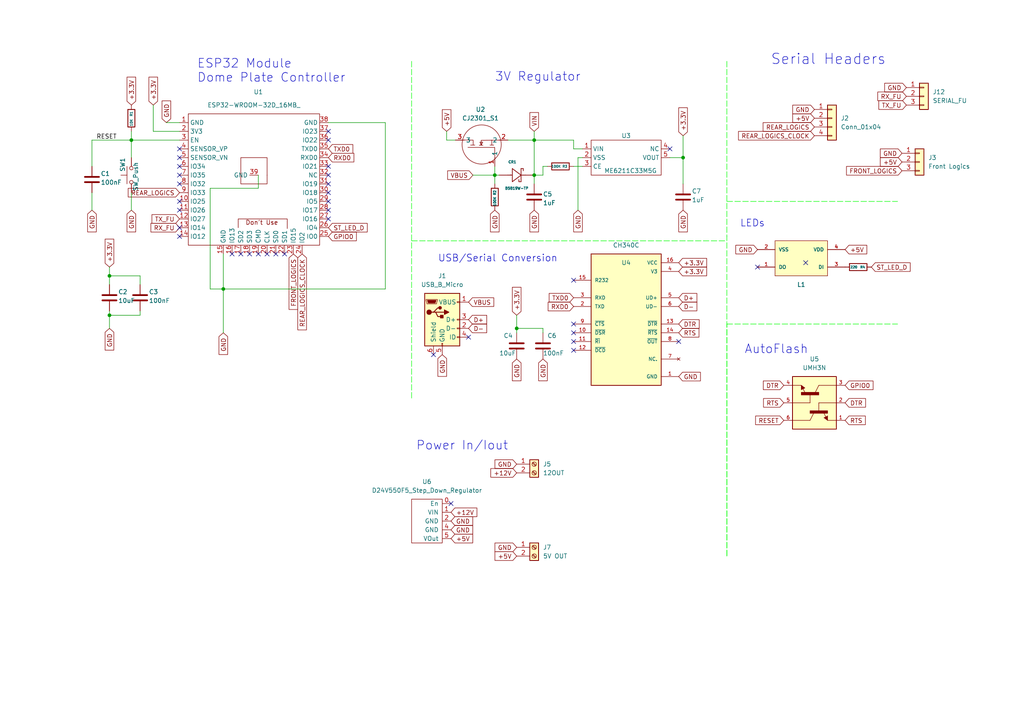
<source format=kicad_sch>
(kicad_sch (version 20211123) (generator eeschema)
  (paper "A4")
  (title_block (title "Dome Plate Controller") (date "2022-11-16") (rev "2.0") (company "Created by: Greg Hulette") (comment 3 "- Controls Serial Comms to other devices") (comment 4 "- Accepts ESP-NOW messages"))
  (lib_symbols
    (symbol "B5819W-TP_1" (pin_numbers hide) (pin_names hide)
      (property "Reference" "CR" (at 5.08 4.445 0))
      (property "Value" "B5819W-TP_1" (at 5.08 -7.62 0))
      (symbol "B5819W-TP_1_1_1"
        (polyline (pts (xy 2.54 0) (xy 3.4798 0)) (stroke (width 0.2032)))
        (polyline (pts (xy 3.175 0) (xy 3.81 0)) (stroke (width 0.2032)))
        (polyline (pts (xy 3.81 -1.905) (xy 6.35 0)) (stroke (width 0.2032)))
        (polyline (pts (xy 3.81 1.905) (xy 3.81 -1.905)) (stroke (width 0.2032)))
        (polyline (pts (xy 5.715 -1.905) (xy 5.715 -1.27)) (stroke (width 0.2032)))
        (polyline (pts (xy 6.35 -1.905) (xy 5.715 -1.905)) (stroke (width 0.2032)))
        (polyline (pts (xy 6.35 -1.905) (xy 6.35 1.905)) (stroke (width 0.2032)))
        (polyline (pts (xy 6.35 0) (xy 3.81 1.905)) (stroke (width 0.2032)))
        (polyline (pts (xy 6.35 0) (xy 7.62 0)) (stroke (width 0.2032)))
        (polyline (pts (xy 6.35 1.905) (xy 6.985 1.905)) (stroke (width 0.2032)))
        (polyline (pts (xy 6.985 1.905) (xy 6.985 1.27)) (stroke (width 0.2032)))
        (pin unspecified line (at 0 0 0) (length 2.54) (name "A") (number "A"))
        (pin unspecified line (at 10.16 0 180) (length 2.54) (name "C") (number "C"))
      )
    )
    (symbol "Connector:Screw_Terminal_01x02" (pin_names (offset 1.016) hide)
      (property "Reference" "J" (at 0 2.54 0))
      (property "Value" "Screw_Terminal_01x02" (at 0 -5.08 0))
      (symbol "Screw_Terminal_01x02_1_1"
        (rectangle (start -1.27 1.27) (end 1.27 -3.81) (stroke (width 0.254)) (fill (type background)))
        (circle (center 0 -2.54) (radius 0.635) (stroke (width 0.1524)))
        (polyline (pts (xy -0.5334 -2.2098) (xy 0.3302 -3.048)) (stroke (width 0.1524)))
        (polyline (pts (xy -0.5334 0.3302) (xy 0.3302 -0.508)) (stroke (width 0.1524)))
        (polyline (pts (xy -0.3556 -2.032) (xy 0.508 -2.8702)) (stroke (width 0.1524)))
        (polyline (pts (xy -0.3556 0.508) (xy 0.508 -0.3302)) (stroke (width 0.1524)))
        (circle (center 0 0) (radius 0.635) (stroke (width 0.1524)))
        (pin passive line (at -5.08 0 0) (length 3.81) (name "Pin_1") (number "1"))
        (pin passive line (at -5.08 -2.54 0) (length 3.81) (name "Pin_2") (number "2"))
      )
    )
    (symbol "Connector:USB_B_Micro" (pin_names (offset 1.016))
      (property "Reference" "J" (at -5.08 11.43 0))
      (property "Value" "USB_B_Micro" (at -5.08 8.89 0))
      (symbol "USB_B_Micro_0_1"
        (rectangle (start -5.08 -7.62) (end 5.08 7.62) (stroke (width 0.254)) (fill (type background)))
        (circle (center -3.81 2.159) (radius 0.635) (stroke (width 0.254)) (fill (type outline)))
        (circle (center -0.635 3.429) (radius 0.381) (stroke (width 0.254)) (fill (type outline)))
        (rectangle (start -0.127 -7.62) (end 0.127 -6.858))
        (polyline (pts (xy -1.905 2.159) (xy 0.635 2.159)) (stroke (width 0.254)))
        (polyline (pts (xy -3.175 2.159) (xy -2.54 2.159) (xy -1.27 3.429) (xy -0.635 3.429)) (stroke (width 0.254)))
        (polyline (pts (xy -2.54 2.159) (xy -1.905 2.159) (xy -1.27 0.889) (xy 0 0.889)) (stroke (width 0.254)))
        (polyline (pts (xy 0.635 2.794) (xy 0.635 1.524) (xy 1.905 2.159) (xy 0.635 2.794)) (stroke (width 0.254)) (fill (type outline)))
        (polyline (pts (xy -4.318 5.588) (xy -1.778 5.588) (xy -2.032 4.826) (xy -4.064 4.826) (xy -4.318 5.588)) (fill (type outline)))
        (polyline (pts (xy -4.699 5.842) (xy -4.699 5.588) (xy -4.445 4.826) (xy -4.445 4.572) (xy -1.651 4.572) (xy -1.651 4.826) (xy -1.397 5.588) (xy -1.397 5.842) (xy -4.699 5.842)))
        (rectangle (start 0.254 1.27) (end -0.508 0.508) (stroke (width 0.254)) (fill (type outline)))
        (rectangle (start 5.08 -5.207) (end 4.318 -4.953))
        (rectangle (start 5.08 -2.667) (end 4.318 -2.413))
        (rectangle (start 5.08 -0.127) (end 4.318 0.127))
        (rectangle (start 5.08 4.953) (end 4.318 5.207))
      )
      (symbol "USB_B_Micro_1_1"
        (pin power_out line (at 7.62 5.08 180) (length 2.54) (name "VBUS") (number "1"))
        (pin bidirectional line (at 7.62 -2.54 180) (length 2.54) (name "D-") (number "2"))
        (pin bidirectional line (at 7.62 0 180) (length 2.54) (name "D+") (number "3"))
        (pin passive line (at 7.62 -5.08 180) (length 2.54) (name "ID") (number "4"))
        (pin power_out line (at 0 -10.16 90) (length 2.54) (name "GND") (number "5"))
        (pin passive line (at -2.54 -10.16 90) (length 2.54) (name "Shield") (number "6"))
      )
    )
    (symbol "Connector_Generic:Conn_01x03" (pin_names (offset 1.016) hide)
      (property "Reference" "J" (at 0 5.08 0))
      (property "Value" "Conn_01x03" (at 0 -5.08 0))
      (symbol "Conn_01x03_1_1"
        (rectangle (start -1.27 -2.413) (end 0 -2.667) (stroke (width 0.1524)))
        (rectangle (start -1.27 0.127) (end 0 -0.127) (stroke (width 0.1524)))
        (rectangle (start -1.27 2.667) (end 0 2.413) (stroke (width 0.1524)))
        (rectangle (start -1.27 3.81) (end 1.27 -3.81) (stroke (width 0.254)) (fill (type background)))
        (pin passive line (at -5.08 2.54 0) (length 3.81) (name "Pin_1") (number "1"))
        (pin passive line (at -5.08 0 0) (length 3.81) (name "Pin_2") (number "2"))
        (pin passive line (at -5.08 -2.54 0) (length 3.81) (name "Pin_3") (number "3"))
      )
    )
    (symbol "Connector_Generic:Conn_01x04" (pin_names (offset 1.016) hide)
      (property "Reference" "J" (at 0 5.08 0))
      (property "Value" "Conn_01x04" (at 0 -7.62 0))
      (symbol "Conn_01x04_1_1"
        (rectangle (start -1.27 -4.953) (end 0 -5.207) (stroke (width 0.1524)))
        (rectangle (start -1.27 -2.413) (end 0 -2.667) (stroke (width 0.1524)))
        (rectangle (start -1.27 0.127) (end 0 -0.127) (stroke (width 0.1524)))
        (rectangle (start -1.27 2.667) (end 0 2.413) (stroke (width 0.1524)))
        (rectangle (start -1.27 3.81) (end 1.27 -6.35) (stroke (width 0.254)) (fill (type background)))
        (pin passive line (at -5.08 2.54 0) (length 3.81) (name "Pin_1") (number "1"))
        (pin passive line (at -5.08 0 0) (length 3.81) (name "Pin_2") (number "2"))
        (pin passive line (at -5.08 -2.54 0) (length 3.81) (name "Pin_3") (number "3"))
        (pin passive line (at -5.08 -5.08 0) (length 3.81) (name "Pin_4") (number "4"))
      )
    )
    (symbol "Custom:CH340C" (pin_names (offset 1.016))
      (property "Reference" "U" (at -10.16 20.955 0))
      (property "Value" "CH340C" (at -10.16 -20.32 0))
      (symbol "CH340C_0_0"
        (rectangle (start -10.16 -17.78) (end 10.16 20.32) (stroke (width 0.254)) (fill (type background)))
        (pin power_in line (at 15.24 -15.24 180) (length 5.08) (name "GND") (number "1"))
        (pin input line (at -15.24 -2.54 0) (length 5.08) (name "~{DSR}") (number "10"))
        (pin input line (at -15.24 -5.08 0) (length 5.08) (name "~{RI}") (number "11"))
        (pin input line (at -15.24 -7.62 0) (length 5.08) (name "~{DCD}") (number "12"))
        (pin output line (at 15.24 0 180) (length 5.08) (name "~{DTR}") (number "13"))
        (pin output line (at 15.24 -2.54 180) (length 5.08) (name "~{RTS}") (number "14"))
        (pin input line (at -15.24 12.7 0) (length 5.08) (name "R232") (number "15"))
        (pin power_in line (at 15.24 17.78 180) (length 5.08) (name "VCC") (number "16"))
        (pin output line (at -15.24 5.08 0) (length 5.08) (name "TXD") (number "2"))
        (pin input line (at -15.24 7.62 0) (length 5.08) (name "RXD") (number "3"))
        (pin power_in line (at 15.24 15.24 180) (length 5.08) (name "V3") (number "4"))
        (pin bidirectional line (at 15.24 7.62 180) (length 5.08) (name "UD+") (number "5"))
        (pin bidirectional line (at 15.24 5.08 180) (length 5.08) (name "UD-") (number "6"))
        (pin no_connect line (at 15.24 -10.16 180) (length 5.08) (name "NC.") (number "7"))
        (pin output line (at 15.24 -5.08 180) (length 5.08) (name "~{OUT}") (number "8"))
        (pin input line (at -15.24 0 0) (length 5.08) (name "~{CTS}") (number "9"))
      )
    )
    (symbol "Custom:CJ2301_S1"
      (property "Reference" "U" (at 0 10.16 0))
      (property "Value" "CJ2301_S1" (at -1.27 -10.16 0))
      (symbol "CJ2301_S1_0_1"
        (polyline (pts (xy -8.89 1.27) (xy -8.89 1.27)))
        (polyline (pts (xy -1.9558 -0.1778) (xy -3.2258 -0.1778)))
        (polyline (pts (xy 2.413 -0.1778) (xy 3.5052 -0.1778)))
        (polyline (pts (xy 2.9464 1.2954) (xy 2.9464 -0.1016)))
        (polyline (pts (xy -5.0292 1.2954) (xy -2.4638 1.27) (xy -2.4638 -0.1016)))
        (polyline (pts (xy -0.508 0.6604) (xy 0.3302 0.6858) (xy -0.127 -0.1778)))
        (polyline (pts (xy 3.8354 -3.8608) (xy 3.7846 -0.8382) (xy -3.9878 -0.8382)))
        (polyline (pts (xy 5.08 1.27) (xy -0.1524 1.2192) (xy -0.1016 -0.2032)))
        (polyline (pts (xy -0.4826 0.6096) (xy -0.127 -0.2286) (xy 0.381 -0.2286) (xy -0.7112 -0.2286)))
        (circle (center 0 0) (radius 5.6796))
      )
      (symbol "CJ2301_S1_1_1"
        (pin bidirectional line (at 3.81 -6.35 90) (length 2.54) (name "1") (number "1"))
        (pin bidirectional line (at 7.62 1.27 180) (length 2.54) (name "2") (number "2"))
        (pin input line (at -7.62 1.27 0) (length 2.54) (name "3") (number "3"))
      )
    )
    (symbol "Custom:ESP32-WROOM-32-Custom"
      (property "Reference" "U" (at -3.7846 54.2036 0))
      (property "Value" "ESP32-WROOM-32-Custom" (at -2.1082 -82.3214 0))
      (symbol "ESP32-WROOM-32-Custom_0_0"
        (text "Don't Use" (at 1.016 -11.176 0) (effects (font (size 1.27 1.27))))
      )
      (symbol "ESP32-WROOM-32-Custom_0_1"
        (rectangle (start -20.32 20.32) (end 17.78 -17.78))
        (rectangle (start -5.08 7.62) (end 2.54 0))
        (polyline (pts (xy -5.842 -12.7) (xy -5.842 -10.16) (xy 8.382 -10.16) (xy 8.382 -12.954)))
        (rectangle (start 2.54 2.54) (end 2.54 2.54))
      )
      (symbol "ESP32-WROOM-32-Custom_1_1"
        (pin bidirectional line (at -22.86 17.78 0) (length 2.54) (name "GND") (number "1"))
        (pin bidirectional line (at -22.86 -5.08 0) (length 2.54) (name "IO25") (number "10"))
        (pin bidirectional line (at -22.86 -7.62 0) (length 2.54) (name "IO26") (number "11"))
        (pin bidirectional line (at -22.86 -10.16 0) (length 2.54) (name "IO27") (number "12"))
        (pin bidirectional line (at -22.86 -12.7 0) (length 2.54) (name "IO14") (number "13"))
        (pin bidirectional line (at -22.86 -15.24 0) (length 2.54) (name "IO12") (number "14"))
        (pin bidirectional line (at -10.16 -20.32 90) (length 2.54) (name "GND") (number "15"))
        (pin bidirectional line (at -7.62 -20.32 90) (length 2.54) (name "IO13") (number "16"))
        (pin bidirectional line (at -5.08 -20.32 90) (length 2.54) (name "SD2") (number "17"))
        (pin bidirectional line (at -2.54 -20.32 90) (length 2.54) (name "SD3") (number "18"))
        (pin bidirectional line (at 0 -20.32 90) (length 2.54) (name "CMD") (number "19"))
        (pin bidirectional line (at -22.86 15.24 0) (length 2.54) (name "3V3") (number "2"))
        (pin bidirectional line (at 2.54 -20.32 90) (length 2.54) (name "CLK") (number "20"))
        (pin bidirectional line (at 5.08 -20.32 90) (length 2.54) (name "SD0") (number "21"))
        (pin bidirectional line (at 7.62 -20.32 90) (length 2.54) (name "SD1") (number "22"))
        (pin bidirectional line (at 10.16 -20.32 90) (length 2.54) (name "IO15") (number "23"))
        (pin bidirectional line (at 12.7 -20.32 90) (length 2.54) (name "IO2") (number "24"))
        (pin bidirectional line (at 20.32 -15.24 180) (length 2.54) (name "IO0") (number "25"))
        (pin bidirectional line (at 20.32 -12.7 180) (length 2.54) (name "IO4") (number "26"))
        (pin bidirectional line (at 20.32 -10.16 180) (length 2.54) (name "IO16") (number "27"))
        (pin bidirectional line (at 20.32 -7.62 180) (length 2.54) (name "IO17") (number "28"))
        (pin bidirectional line (at 20.32 -5.08 180) (length 2.54) (name "IO5") (number "29"))
        (pin bidirectional line (at -22.86 12.7 0) (length 2.54) (name "EN") (number "3"))
        (pin bidirectional line (at 20.32 -2.54 180) (length 2.54) (name "IO18") (number "30"))
        (pin bidirectional line (at 20.32 0 180) (length 2.54) (name "IO19") (number "31"))
        (pin bidirectional line (at 20.32 2.54 180) (length 2.54) (name "NC") (number "32"))
        (pin bidirectional line (at 20.32 5.08 180) (length 2.54) (name "IO21") (number "33"))
        (pin bidirectional line (at 20.32 7.62 180) (length 2.54) (name "RXD0") (number "34"))
        (pin bidirectional line (at 20.32 10.16 180) (length 2.54) (name "TXD0") (number "35"))
        (pin bidirectional line (at 20.32 12.7 180) (length 2.54) (name "IO22") (number "36"))
        (pin bidirectional line (at 20.32 15.24 180) (length 2.54) (name "IO23") (number "37"))
        (pin bidirectional line (at 20.32 17.78 180) (length 2.54) (name "GND") (number "38"))
        (pin bidirectional line (at 0 2.54 180) (length 2.54) (name "GND") (number "39"))
        (pin bidirectional line (at -22.86 10.16 0) (length 2.54) (name "SENSOR_VP") (number "4"))
        (pin bidirectional line (at -22.86 7.62 0) (length 2.54) (name "SENSOR_VN") (number "5"))
        (pin bidirectional line (at -22.86 5.08 0) (length 2.54) (name "IO34") (number "6"))
        (pin bidirectional line (at -22.86 2.54 0) (length 2.54) (name "IO35") (number "7"))
        (pin bidirectional line (at -22.86 0 0) (length 2.54) (name "IO32") (number "8"))
        (pin bidirectional line (at -22.86 -2.54 0) (length 2.54) (name "IO33") (number "9"))
      )
    )
    (symbol "Custom:ME6211C33M5G"
      (property "Reference" "U" (at -0.1016 6.4262 0))
      (property "Value" "ME6211C33M5G" (at -0.4064 -7.6454 0))
      (symbol "ME6211C33M5G_0_1"
        (rectangle (start -10.16 5.08) (end 10.16 -5.08))
      )
      (symbol "ME6211C33M5G_1_1"
        (pin bidirectional line (at -12.7 2.54 0) (length 2.54) (name "VIN") (number "1"))
        (pin bidirectional line (at -12.7 0 0) (length 2.54) (name "VSS") (number "2"))
        (pin bidirectional line (at -12.7 -2.54 0) (length 2.54) (name "CE") (number "3"))
        (pin bidirectional line (at 12.7 2.54 180) (length 2.54) (name "NC") (number "4"))
        (pin bidirectional line (at 12.7 0 180) (length 2.54) (name "VOUT") (number "5"))
      )
    )
    (symbol "Custom:UMH3N" (pin_names (offset 1.016) hide)
      (property "Reference" "U" (at 2.54 0 0))
      (property "Value" "UMH3N" (at 2.54 -2.54 0))
      (symbol "UMH3N_0_0"
        (rectangle (start -12.7 -7.62) (end 2.54 5.08) (stroke (width 0.254)) (fill (type background)))
        (rectangle (start -2.794 -2.54) (end -2.032 2.54) (fill (type outline)))
        (polyline (pts (xy -10.16 -5.08) (xy -10.16 -7.62)) (stroke (width 0.1524)))
        (polyline (pts (xy -10.16 -5.08) (xy -8.89 -5.08)) (stroke (width 0.1524)))
        (polyline (pts (xy -10.16 0) (xy -10.16 5.08)) (stroke (width 0.1524)))
        (polyline (pts (xy -10.16 0) (xy -8.128 -1.016)) (stroke (width 0.1524)))
        (polyline (pts (xy -9.906 -4.953) (xy -9.398 -4.318)) (stroke (width 0.254)))
        (polyline (pts (xy -9.525 -4.826) (xy -9.398 -4.572)) (stroke (width 0.254)))
        (polyline (pts (xy -9.398 -4.318) (xy -9.144 -4.826)) (stroke (width 0.254)))
        (polyline (pts (xy -9.398 -4.064) (xy -10.16 -5.08)) (stroke (width 0.1524)))
        (polyline (pts (xy -9.1694 -4.572) (xy -7.9248 -3.9624)) (stroke (width 0.1524)))
        (polyline (pts (xy -9.144 -4.953) (xy -9.906 -4.953)) (stroke (width 0.254)))
        (polyline (pts (xy -9.144 -4.826) (xy -9.525 -4.826)) (stroke (width 0.254)))
        (polyline (pts (xy -8.89 -5.08) (xy -9.398 -4.064)) (stroke (width 0.1524)))
        (polyline (pts (xy -7.62 -2.54) (xy -5.08 -2.54)) (stroke (width 0.1524)))
        (polyline (pts (xy -5.08 -2.54) (xy -5.08 -7.62)) (stroke (width 0.1524)))
        (polyline (pts (xy -5.08 0) (xy -5.08 5.08)) (stroke (width 0.1524)))
        (polyline (pts (xy -2.54 0) (xy -5.08 0)) (stroke (width 0.1524)))
        (polyline (pts (xy -1.27 2.54) (xy -0.762 1.524)) (stroke (width 0.1524)))
        (polyline (pts (xy -1.016 2.286) (xy -0.635 2.286)) (stroke (width 0.254)))
        (polyline (pts (xy -1.016 2.413) (xy -0.254 2.413)) (stroke (width 0.254)))
        (polyline (pts (xy -0.9906 2.032) (xy -2.2352 1.4224)) (stroke (width 0.1524)))
        (polyline (pts (xy -0.762 1.524) (xy 0 2.54)) (stroke (width 0.1524)))
        (polyline (pts (xy -0.762 1.778) (xy -1.016 2.286)) (stroke (width 0.254)))
        (polyline (pts (xy -0.635 2.286) (xy -0.762 2.032)) (stroke (width 0.254)))
        (polyline (pts (xy -0.254 2.413) (xy -0.762 1.778)) (stroke (width 0.254)))
        (polyline (pts (xy 0 -2.54) (xy -2.032 -1.524)) (stroke (width 0.1524)))
        (polyline (pts (xy 0 -2.54) (xy 0 -7.62)) (stroke (width 0.1524)))
        (polyline (pts (xy 0 2.54) (xy -1.27 2.54)) (stroke (width 0.1524)))
        (polyline (pts (xy 0 5.08) (xy 0 2.54)) (stroke (width 0.1524)))
        (polyline (pts (xy -8.128 0) (xy -7.366 0) (xy -7.366 -5.08) (xy -8.128 -5.08) (xy -8.128 0)) (fill (type outline)))
        (pin output line (at -10.16 -10.16 90) (length 2.54) (name "~") (number "1"))
        (pin input line (at -5.08 -10.16 90) (length 2.54) (name "~") (number "2"))
        (pin input line (at 0 -10.16 90) (length 2.54) (name "~") (number "3"))
        (pin output line (at 0 7.62 270) (length 2.54) (name "~") (number "4"))
        (pin input line (at -5.08 7.62 270) (length 2.54) (name "~") (number "5"))
        (pin input line (at -10.16 7.62 270) (length 2.54) (name "~") (number "6"))
      )
    )
    (symbol "Device:C" (pin_numbers hide) (pin_names (offset 0.254))
      (property "Reference" "C" (at 0.635 2.54 0))
      (property "Value" "C" (at 0.635 -2.54 0))
      (symbol "C_0_1"
        (polyline (pts (xy -2.032 -0.762) (xy 2.032 -0.762)) (stroke (width 0.508)))
        (polyline (pts (xy -2.032 0.762) (xy 2.032 0.762)) (stroke (width 0.508)))
      )
      (symbol "C_1_1"
        (pin passive line (at 0 3.81 270) (length 2.794) (name "~") (number "1"))
        (pin passive line (at 0 -3.81 90) (length 2.794) (name "~") (number "2"))
      )
    )
    (symbol "Device:R" (pin_numbers hide) (pin_names (offset 0))
      (property "Reference" "R" (at 2.032 0 90))
      (property "Value" "R" (at 0 0 90))
      (symbol "R_0_1"
        (rectangle (start -1.016 -2.54) (end 1.016 2.54) (stroke (width 0.254)))
      )
      (symbol "R_1_1"
        (pin passive line (at 0 3.81 270) (length 1.27) (name "~") (number "1"))
        (pin passive line (at 0 -3.81 90) (length 1.27) (name "~") (number "2"))
      )
    )
    (symbol "LED:WS2812B-2020" (pin_names (offset 1.016))
      (property "Reference" "L" (at -7.366 5.842 0))
      (symbol "WS2812B-2020_0_0"
        (rectangle (start -7.62 -5.08) (end 7.62 5.08) (stroke (width 0.1524)) (fill (type background)))
        (pin bidirectional line (at 12.7 2.54 180) (length 5.08) (name "DO") (number "1"))
        (pin bidirectional line (at 12.7 -2.54 180) (length 5.08) (name "VSS") (number "2"))
        (pin bidirectional line (at -12.7 2.54 0) (length 5.08) (name "DI") (number "3"))
        (pin bidirectional line (at -12.7 -2.54 0) (length 5.08) (name "VDD") (number "4"))
      )
    )
    (symbol "Pololu:D24V550F5_Step_Down_Regulator" (pin_names (offset 1.016))
      (property "Reference" "U" (at 0 -7.62 0))
      (property "Value" "D24V550F5_Step_Down_Regulator" (at 0 8.89 0))
      (symbol "D24V550F5_Step_Down_Regulator_0_1"
        (rectangle (start -5.08 6.35) (end 3.81 -6.35))
      )
      (symbol "D24V550F5_Step_Down_Regulator_1_1"
        (pin bidirectional line (at 6.35 5.08 180) (length 2.54) (name "En") (number "0"))
        (pin bidirectional line (at 6.35 2.54 180) (length 2.54) (name "VIN") (number "1"))
        (pin bidirectional line (at 6.35 0 180) (length 2.54) (name "GND") (number "2"))
        (pin bidirectional line (at 6.35 -2.54 180) (length 2.54) (name "GND") (number "4"))
        (pin bidirectional line (at 6.35 -5.08 180) (length 2.54) (name "VOut") (number "5"))
      )
    )
    (symbol "Switch:SW_Push" (pin_numbers hide) (pin_names (offset 1.016) hide)
      (property "Reference" "SW" (at 1.27 2.54 0))
      (property "Value" "SW_Push" (at 0 -1.524 0))
      (symbol "SW_Push_0_1"
        (circle (center -2.032 0) (radius 0.508))
        (polyline (pts (xy 0 1.27) (xy 0 3.048)))
        (polyline (pts (xy 2.54 1.27) (xy -2.54 1.27)))
        (circle (center 2.032 0) (radius 0.508))
        (pin passive line (at -5.08 0 0) (length 2.54) (name "1") (number "1"))
        (pin passive line (at 5.08 0 180) (length 2.54) (name "2") (number "2"))
      )
    )
  )
  (junction (at 64.77 83.82))
  (junction (at 31.75 91.44))
  (junction (at 198.12 45.72))
  (junction (at 143.51 50.8))
  (junction (at 31.75 80.01))
  (junction (at 154.94 40.64))
  (junction (at 149.86 95.25))
  (junction (at 38.1 40.64))
  (junction (at 154.94 50.8))
  (no_connect (at 194.31 43.18))
  (no_connect (at 196.85 99.06))
  (no_connect (at 52.07 50.8))
  (no_connect (at 95.25 50.8))
  (no_connect (at 52.07 43.18))
  (no_connect (at 95.25 48.26))
  (no_connect (at 125.73 102.87))
  (no_connect (at 52.07 68.58))
  (no_connect (at 74.93 73.66))
  (no_connect (at 233.68 76.2))
  (no_connect (at 77.47 73.66))
  (no_connect (at 67.31 73.66))
  (no_connect (at 52.07 45.72))
  (no_connect (at 130.81 146.05))
  (no_connect (at 80.01 73.66))
  (no_connect (at 219.71 77.47))
  (no_connect (at 69.85 73.66))
  (no_connect (at 95.25 60.96))
  (no_connect (at 95.25 38.1))
  (no_connect (at 95.25 63.5))
  (no_connect (at 166.37 93.98))
  (no_connect (at 166.37 96.52))
  (no_connect (at 166.37 101.6))
  (no_connect (at 52.07 58.42))
  (no_connect (at 52.07 60.96))
  (no_connect (at 95.25 53.34))
  (no_connect (at 95.25 55.88))
  (no_connect (at 95.25 40.64))
  (no_connect (at 166.37 99.06))
  (no_connect (at 52.07 66.04))
  (no_connect (at 82.55 73.66))
  (no_connect (at 135.89 97.79))
  (no_connect (at 52.07 53.34))
  (no_connect (at 72.39 73.66))
  (no_connect (at 95.25 58.42))
  (no_connect (at 52.07 48.26))
  (no_connect (at 166.37 81.28))
  (wire (pts (xy 40.64 90.17) (xy 40.64 91.44)))
  (wire (pts (xy 38.1 40.64) (xy 52.07 40.64)))
  (wire (pts (xy 31.75 77.47) (xy 31.75 80.01)))
  (wire (pts (xy 64.77 83.82) (xy 111.76 83.82)))
  (wire (pts (xy 154.94 50.8) (xy 154.94 53.34)))
  (wire (pts (xy 64.77 73.66) (xy 64.77 83.82)))
  (wire (pts (xy 95.25 35.56) (xy 111.76 35.56)))
  (wire (pts (xy 154.94 40.64) (xy 166.37 40.64)))
  (polyline (pts (xy 210.82 68.58) (xy 210.82 68.58)))
  (wire (pts (xy 40.64 91.44) (xy 31.75 91.44)))
  (wire (pts (xy 64.77 83.82) (xy 64.77 96.52)))
  (polyline (pts (xy 210.82 93.98) (xy 260.35 93.98)) (stroke (width 0) (color 0 255 0 1)))
  (wire (pts (xy 31.75 80.01) (xy 31.75 82.55)))
  (wire (pts (xy 26.67 40.64) (xy 38.1 40.64)))
  (wire (pts (xy 31.75 91.44) (xy 31.75 95.25)))
  (wire (pts (xy 143.51 48.26) (xy 143.51 50.8)))
  (wire (pts (xy 149.86 91.44) (xy 149.86 95.25)))
  (wire (pts (xy 38.1 40.64) (xy 38.1 45.72)))
  (polyline (pts (xy 119.38 17.78) (xy 119.38 115.57)) (stroke (width 0) (color 0 255 0 1)))
  (wire (pts (xy 26.67 48.26) (xy 26.67 40.64)))
  (polyline (pts (xy 210.82 58.42) (xy 260.35 58.42)) (stroke (width 0) (color 0 255 0 1)))
  (wire (pts (xy 74.93 50.8) (xy 74.93 54.61)))
  (wire (pts (xy 166.37 48.26) (xy 168.91 48.26)))
  (wire (pts (xy 198.12 39.37) (xy 198.12 45.72)))
  (wire (pts (xy 38.1 55.88) (xy 38.1 60.96)))
  (wire (pts (xy 40.64 80.01) (xy 40.64 82.55)))
  (wire (pts (xy 44.45 30.48) (xy 44.45 38.1)))
  (wire (pts (xy 157.48 48.26) (xy 157.48 50.8)))
  (wire (pts (xy 149.86 95.25) (xy 149.86 96.52)))
  (polyline (pts (xy 210.82 17.78) (xy 210.82 161.29)) (stroke (width 0) (color 0 255 0 1)))
  (wire (pts (xy 60.96 83.82) (xy 64.77 83.82)))
  (wire (pts (xy 157.48 95.25) (xy 149.86 95.25)))
  (wire (pts (xy 60.96 54.61) (xy 60.96 83.82)))
  (wire (pts (xy 52.07 35.56) (xy 48.26 35.56)))
  (wire (pts (xy 31.75 90.17) (xy 31.75 91.44)))
  (wire (pts (xy 129.54 40.64) (xy 132.08 40.64)))
  (wire (pts (xy 38.1 38.1) (xy 38.1 40.64)))
  (wire (pts (xy 129.54 38.1) (xy 129.54 40.64)))
  (wire (pts (xy 167.64 45.72) (xy 168.91 45.72)))
  (wire (pts (xy 194.31 45.72) (xy 198.12 45.72)))
  (wire (pts (xy 26.67 55.88) (xy 26.67 60.96)))
  (wire (pts (xy 147.32 40.64) (xy 154.94 40.64)))
  (wire (pts (xy 166.37 43.18) (xy 168.91 43.18)))
  (polyline (pts (xy 119.38 69.85) (xy 210.82 69.85)) (stroke (width 0) (color 0 255 0 1)))
  (polyline (pts (xy 210.82 161.29) (xy 210.82 93.98)) (stroke (width 0) (color 0 255 0 1)))
  (wire (pts (xy 154.94 40.64) (xy 154.94 50.8)))
  (wire (pts (xy 166.37 40.64) (xy 166.37 43.18)))
  (wire (pts (xy 198.12 45.72) (xy 198.12 53.34)))
  (wire (pts (xy 143.51 50.8) (xy 143.51 53.34)))
  (wire (pts (xy 44.45 38.1) (xy 52.07 38.1)))
  (wire (pts (xy 167.64 45.72) (xy 167.64 60.96)))
  (wire (pts (xy 137.16 50.8) (xy 143.51 50.8)))
  (wire (pts (xy 74.93 54.61) (xy 60.96 54.61)))
  (wire (pts (xy 31.75 80.01) (xy 40.64 80.01)))
  (wire (pts (xy 157.48 50.8) (xy 154.94 50.8)))
  (wire (pts (xy 157.48 95.25) (xy 157.48 96.52)))
  (wire (pts (xy 111.76 35.56) (xy 111.76 83.82)))
  (wire (pts (xy 143.51 50.8) (xy 144.78 50.8)))
  (wire (pts (xy 154.94 38.1) (xy 154.94 40.64)))
  (wire (pts (xy 157.48 48.26) (xy 158.75 48.26)))
  (text "ESP32 Module \nDome Plate Controller" (at 57.15 24.13 0) (effects (font (size 2.54 2.54)) (justify left bottom)))
  (text "3V Regulator\n\n" (at 143.51 27.94 0) (effects (font (size 2.54 2.54)) (justify left bottom)))
  (text "LEDs" (at 214.63 66.04 0) (effects (font (size 2 2)) (justify left bottom)))
  (text "Power In/Iout" (at 120.65 130.81 0) (effects (font (size 2.54 2.54)) (justify left bottom)))
  (text "USB/Serial Conversion \n" (at 127 76.2 0) (effects (font (size 2 2)) (justify left bottom)))
  (text "AutoFlash\n" (at 215.9 102.87 0) (effects (font (size 2.54 2.54)) (justify left bottom)))
  (text "Serial Headers" (at 223.52 19.05 0) (effects (font (size 3 3)) (justify left bottom)))
  (label "RESET" (at 27.94 40.64 0))
  (global_label "ST_LED_D" (shape input) (at 95.25 66.04 0) (property "Intersheet References" "${INTERSHEET_REFS}" (effects hide)))
  (global_label "REAR_LOGICS_CLOCK" (shape input) (at 87.63 73.66 270) (property "Intersheet References" "${INTERSHEET_REFS}" (effects hide)))
  (global_label "GND" (shape input) (at 48.26 35.56 90) (property "Intersheet References" "${INTERSHEET_REFS}" (effects hide)))
  (global_label "GND" (shape input) (at 196.85 109.22 0) (property "Intersheet References" "${INTERSHEET_REFS}" (effects hide)))
  (global_label "RTS" (shape input) (at 196.85 96.52 0) (property "Intersheet References" "${INTERSHEET_REFS}" (effects hide)))
  (global_label "RESET" (shape input) (at 227.33 121.92 180) (property "Intersheet References" "${INTERSHEET_REFS}" (effects hide)))
  (global_label "VIN" (shape input) (at 154.94 38.1 90) (property "Intersheet References" "${INTERSHEET_REFS}" (effects hide)))
  (global_label "+5V" (shape input) (at 130.81 156.21 0) (property "Intersheet References" "${INTERSHEET_REFS}" (effects hide)))
  (global_label "RTS" (shape input) (at 227.33 116.84 180) (property "Intersheet References" "${INTERSHEET_REFS}" (effects hide)))
  (global_label "D+" (shape input) (at 135.89 92.71 0) (property "Intersheet References" "${INTERSHEET_REFS}" (effects hide)))
  (global_label "GND" (shape input) (at 219.71 72.39 180) (property "Intersheet References" "${INTERSHEET_REFS}" (effects hide)))
  (global_label "RX_FU" (shape input) (at 262.89 27.94 180) (property "Intersheet References" "${INTERSHEET_REFS}" (effects hide)))
  (global_label "TXD0" (shape input) (at 95.25 43.18 0) (property "Intersheet References" "${INTERSHEET_REFS}" (effects hide)))
  (global_label "GND" (shape input) (at 38.1 60.96 270) (property "Intersheet References" "${INTERSHEET_REFS}" (effects hide)))
  (global_label "REAR_LOGICS" (shape input) (at 52.07 55.88 180) (property "Intersheet References" "${INTERSHEET_REFS}" (effects hide)))
  (global_label "GPIO0" (shape input) (at 95.25 68.58 0) (property "Intersheet References" "${INTERSHEET_REFS}" (effects hide)))
  (global_label "DTR" (shape input) (at 227.33 111.76 180) (property "Intersheet References" "${INTERSHEET_REFS}" (effects hide)))
  (global_label "GND" (shape input) (at 143.51 60.96 270) (property "Intersheet References" "${INTERSHEET_REFS}" (effects hide)))
  (global_label "GND" (shape input) (at 236.22 31.75 180) (property "Intersheet References" "${INTERSHEET_REFS}" (effects hide)))
  (global_label "RXD0" (shape input) (at 95.25 45.72 0) (property "Intersheet References" "${INTERSHEET_REFS}" (effects hide)))
  (global_label "GND" (shape input) (at 262.89 25.4 180) (property "Intersheet References" "${INTERSHEET_REFS}" (effects hide)))
  (global_label "TXD0" (shape input) (at 166.37 86.36 180) (property "Intersheet References" "${INTERSHEET_REFS}" (effects hide)))
  (global_label "GPIO0" (shape input) (at 245.11 111.76 0) (property "Intersheet References" "${INTERSHEET_REFS}" (effects hide)))
  (global_label "D+" (shape input) (at 196.85 86.36 0) (property "Intersheet References" "${INTERSHEET_REFS}" (effects hide)))
  (global_label "+3.3V" (shape input) (at 149.86 91.44 90) (property "Intersheet References" "${INTERSHEET_REFS}" (effects hide)))
  (global_label "D-" (shape input) (at 135.89 95.25 0) (property "Intersheet References" "${INTERSHEET_REFS}" (effects hide)))
  (global_label "GND" (shape input) (at 64.77 96.52 270) (property "Intersheet References" "${INTERSHEET_REFS}" (effects hide)))
  (global_label "+3.3V" (shape input) (at 196.85 78.74 0) (property "Intersheet References" "${INTERSHEET_REFS}" (effects hide)))
  (global_label "+5V" (shape input) (at 245.11 72.39 0) (property "Intersheet References" "${INTERSHEET_REFS}" (effects hide)))
  (global_label "+3.3V" (shape input) (at 31.75 77.47 90) (property "Intersheet References" "${INTERSHEET_REFS}" (effects hide)))
  (global_label "TX_FU" (shape input) (at 262.89 30.48 180) (property "Intersheet References" "${INTERSHEET_REFS}" (effects hide)))
  (global_label "D-" (shape input) (at 196.85 88.9 0) (property "Intersheet References" "${INTERSHEET_REFS}" (effects hide)))
  (global_label "GND" (shape input) (at 149.86 134.62 180) (property "Intersheet References" "${INTERSHEET_REFS}" (effects hide)))
  (global_label "GND" (shape input) (at 198.12 60.96 270) (property "Intersheet References" "${INTERSHEET_REFS}" (effects hide)))
  (global_label "RXD0" (shape input) (at 166.37 88.9 180) (property "Intersheet References" "${INTERSHEET_REFS}" (effects hide)))
  (global_label "REAR_LOGICS_CLOCK" (shape input) (at 236.22 39.37 180) (property "Intersheet References" "${INTERSHEET_REFS}" (effects hide)))
  (global_label "ST_LED_D" (shape input) (at 252.73 77.47 0) (property "Intersheet References" "${INTERSHEET_REFS}" (effects hide)))
  (global_label "REAR_LOGICS" (shape input) (at 236.22 36.83 180) (property "Intersheet References" "${INTERSHEET_REFS}" (effects hide)))
  (global_label "VBUS" (shape input) (at 135.89 87.63 0) (property "Intersheet References" "${INTERSHEET_REFS}" (effects hide)))
  (global_label "+3.3V" (shape input) (at 38.1 30.48 90) (property "Intersheet References" "${INTERSHEET_REFS}" (effects hide)))
  (global_label "+3.3V" (shape input) (at 196.85 76.2 0) (property "Intersheet References" "${INTERSHEET_REFS}" (effects hide)))
  (global_label "GND" (shape input) (at 149.86 158.75 180) (property "Intersheet References" "${INTERSHEET_REFS}" (effects hide)))
  (global_label "RX_FU" (shape input) (at 52.07 66.04 180) (property "Intersheet References" "${INTERSHEET_REFS}" (effects hide)))
  (global_label "+3.3V" (shape input) (at 44.45 30.48 90) (property "Intersheet References" "${INTERSHEET_REFS}" (effects hide)))
  (global_label "+5V" (shape input) (at 236.22 34.29 180) (property "Intersheet References" "${INTERSHEET_REFS}" (effects hide)))
  (global_label "+3.3V" (shape input) (at 198.12 39.37 90) (property "Intersheet References" "${INTERSHEET_REFS}" (effects hide)))
  (global_label "+5V" (shape input) (at 129.54 38.1 90) (property "Intersheet References" "${INTERSHEET_REFS}" (effects hide)))
  (global_label "GND" (shape input) (at 154.94 60.96 270) (property "Intersheet References" "${INTERSHEET_REFS}" (effects hide)))
  (global_label "DTR" (shape input) (at 245.11 116.84 0) (property "Intersheet References" "${INTERSHEET_REFS}" (effects hide)))
  (global_label "GND" (shape input) (at 31.75 95.25 270) (property "Intersheet References" "${INTERSHEET_REFS}" (effects hide)))
  (global_label "RTS" (shape input) (at 245.11 121.92 0) (property "Intersheet References" "${INTERSHEET_REFS}" (effects hide)))
  (global_label "GND" (shape input) (at 130.81 153.67 0) (property "Intersheet References" "${INTERSHEET_REFS}" (effects hide)))
  (global_label "DTR" (shape input) (at 196.85 93.98 0) (property "Intersheet References" "${INTERSHEET_REFS}" (effects hide)))
  (global_label "GND" (shape input) (at 130.81 151.13 0) (property "Intersheet References" "${INTERSHEET_REFS}" (effects hide)))
  (global_label "GND" (shape input) (at 26.67 60.96 270) (property "Intersheet References" "${INTERSHEET_REFS}" (effects hide)))
  (global_label "GND" (shape input) (at 261.62 44.45 180) (property "Intersheet References" "${INTERSHEET_REFS}" (effects hide)))
  (global_label "FRONT_LOGICS" (shape input) (at 85.09 73.66 270) (property "Intersheet References" "${INTERSHEET_REFS}" (effects hide)))
  (global_label "GND" (shape input) (at 128.27 102.87 270) (property "Intersheet References" "${INTERSHEET_REFS}" (effects hide)))
  (global_label "+5V" (shape input) (at 261.62 46.99 180) (property "Intersheet References" "${INTERSHEET_REFS}" (effects hide)))
  (global_label "TX_FU" (shape input) (at 52.07 63.5 180) (property "Intersheet References" "${INTERSHEET_REFS}" (effects hide)))
  (global_label "+5V" (shape input) (at 149.86 161.29 180) (property "Intersheet References" "${INTERSHEET_REFS}" (effects hide)))
  (global_label "+12V" (shape input) (at 130.81 148.59 0) (property "Intersheet References" "${INTERSHEET_REFS}" (effects hide)))
  (global_label "GND" (shape input) (at 149.86 104.14 270) (property "Intersheet References" "${INTERSHEET_REFS}" (effects hide)))
  (global_label "VBUS" (shape input) (at 137.16 50.8 180) (property "Intersheet References" "${INTERSHEET_REFS}" (effects hide)))
  (global_label "+12V" (shape input) (at 149.86 137.16 180) (property "Intersheet References" "${INTERSHEET_REFS}" (effects hide)))
  (global_label "FRONT_LOGICS" (shape input) (at 261.62 49.53 180) (property "Intersheet References" "${INTERSHEET_REFS}" (effects hide)))
  (global_label "GND" (shape input) (at 157.48 104.14 270) (property "Intersheet References" "${INTERSHEET_REFS}" (effects hide)))
  (global_label "GND" (shape input) (at 167.64 60.96 270) (property "Intersheet References" "${INTERSHEET_REFS}" (effects hide)))
  (symbol (lib_id "Connector:Screw_Terminal_01x02") (at 154.94 158.75 0) (unit 1)
    (property "Reference" "J7" (at 157.48 158.7499 0) (effects (justify left)))
    (property "Value" "5V OUT" (at 157.48 161.2899 0) (effects (justify left)))
    (property "Footprint" "TerminalBlock_4Ucon:TerminalBlock_4Ucon_1x02_P3.50mm_Horizontal" (effects hide))
    (property "LCSC" " C474892" (effects hide))
  )
  (symbol (lib_id "Custom:ME6211C33M5G") (at 181.61 45.72 0) (unit 1)
    (property "Reference" "U3" (at 181.61 39.37 0))
    (property "Value" "ME6211C33M5G" (at 182.88 49.53 0))
    (property "Footprint" "Package_TO_SOT_SMD:SOT-23-5" (effects hide))
    (property "LCSC" "C82942" (effects hide))
  )
  (symbol (lib_id "Custom:ESP32-WROOM-32-Custom") (at 74.93 53.34 0) (unit 1)
    (property "Reference" "U1" (at 74.93 26.67 0))
    (property "Value" "ESP32-WROOM-32D_16MB_" (at 73.66 30.48 0))
    (property "Footprint" "RF_Module:ESP32-WROOM-32" (effects hide))
    (property "LCSC" " C529578" (effects hide))
  )
  (symbol (lib_id "Connector:Screw_Terminal_01x02") (at 154.94 134.62 0) (unit 1)
    (property "Reference" "J5" (at 157.48 134.6199 0) (effects (justify left)))
    (property "Value" "12OUT" (at 157.48 137.1599 0) (effects (justify left)))
    (property "Footprint" "TerminalBlock_4Ucon:TerminalBlock_4Ucon_1x02_P3.50mm_Horizontal" (effects hide))
    (property "LCSC" " C474892" (effects hide))
  )
  (symbol (lib_id "Custom:CJ2301_S1") (at 139.7 41.91 0) (unit 1)
    (property "Reference" "U2" (at 139.3648 31.75 0))
    (property "Value" "CJ2301_S1" (at 139.3648 34.29 0))
    (property "Footprint" "Package_TO_SOT_SMD:SOT-23" (effects hide))
    (property "LCSC" " C8547" (effects hide))
  )
  (symbol (lib_id "Connector:USB_B_Micro") (at 128.27 92.71 0) (unit 1)
    (property "Reference" "J1" (at 128.27 80.01 0))
    (property "Value" "USB_B_Micro" (at 128.27 82.55 0))
    (property "Footprint" "Connector_USB:USB_Micro-B_Amphenol_10118194_Horizontal" (effects hide))
    (property "LCSC" "C132563" (effects hide))
  )
  (symbol (lib_id "Device:C") (at 154.94 57.15 180) (unit 1)
    (property "Reference" "C5" (at 157.48 56.3117 0) (effects (justify right)))
    (property "Value" "1uF" (at 157.48 58.8517 0) (effects (justify right)))
    (property "Footprint" "Capacitor_SMD:C_0402_1005Metric" (effects hide))
    (property "LCSC" "C77009" (effects hide))
  )
  (symbol (lib_id "Connector_Generic:Conn_01x04") (at 241.3 34.29 0) (unit 1)
    (property "Reference" "J2" (at 243.84 34.2899 0) (effects (justify left)))
    (property "Value" "Conn_01x04" (at 243.84 36.8299 0) (effects (justify left)))
    (property "Footprint" "Connector_Molex:Molex_KK-254_AE-6410-04A_1x04_P2.54mm_Vertical" (effects hide))
  )
  (symbol (lib_id "Device:C") (at 40.64 86.36 0) (unit 1)
    (property "Reference" "C3" (at 43.18 84.6581 0) (effects (justify left)))
    (property "Value" "100nF" (at 43.18 87.1981 0) (effects (justify left)))
    (property "Footprint" "Capacitor_SMD:C_0402_1005Metric" (effects hide))
    (property "LCSC" "C307331" (effects hide))
  )
  (symbol (lib_id "LED:WS2812B-2020") (at 232.41 74.93 180) (unit 1)
    (property "Reference" "L1" (at 232.41 82.55 0))
    (property "Value" "WS2812B-2020" (effects hide))
    (property "Footprint" "Custom:WS2812B-2020" (effects hide))
    (property "LCSC" "C965555" (effects hide))
  )
  (symbol (lib_id "Device:C") (at 157.48 100.33 0) (unit 1)
    (property "Reference" "C6" (at 158.75 97.3581 0) (effects (justify left)))
    (property "Value" "100nF" (at 157.48 102.4381 0) (effects (justify left)))
    (property "Footprint" "Capacitor_SMD:C_0402_1005Metric" (effects hide))
    (property "LCSC" "C307331" (effects hide))
  )
  (symbol (lib_id "Connector_Generic:Conn_01x03") (at 266.7 46.99 0) (unit 1)
    (property "Reference" "J3" (at 269.24 45.7199 0) (effects (justify left)))
    (property "Value" "Front Logics" (at 269.24 48.2599 0) (effects (justify left)))
    (property "Footprint" "Connector_Molex:Molex_KK-254_AE-6410-03A_1x03_P2.54mm_Vertical" (effects hide))
    (property "LCSC" "C471416" (effects hide))
  )
  (symbol (lib_id "Device:C") (at 198.12 57.15 0) (unit 1)
    (property "Reference" "C7" (at 200.66 55.4481 0) (effects (justify left)))
    (property "Value" "1uF" (at 200.66 57.9881 0) (effects (justify left)))
    (property "Footprint" "Capacitor_SMD:C_0402_1005Metric" (effects hide))
    (property "LCSC" "C77009" (effects hide))
  )
  (symbol (lib_id "Custom:UMH3N") (at 234.95 111.76 90) (unit 1)
    (property "Reference" "U5" (at 236.22 104.14 90))
    (property "Value" "UMH3N" (at 236.22 106.68 90))
    (property "Footprint" "Custom:UMT6" (effects hide))
    (property "LCSC" " C62892" (effects hide))
  )
  (symbol (lib_id "Device:R") (at 143.51 57.15 0) (unit 1)
    (property "Reference" "R2" (at 143.51 55.88 90) (effects (font (size 0.7 0.7))))
    (property "Value" "100K" (at 143.51 58.42 90) (effects (font (size 0.7 0.7))))
    (property "Footprint" "Resistor_SMD:R_0603_1608Metric" (effects hide))
    (property "LCSC" "C25803" (effects hide))
  )
  (symbol (lib_id "Pololu:D24V550F5_Step_Down_Regulator") (at 124.46 151.13 0) (unit 1)
    (property "Reference" "U6" (at 123.825 139.7 0))
    (property "Value" "D24V550F5_Step_Down_Regulator" (at 123.825 142.24 0))
    (property "Footprint" "Pololu:VoltageREG_2851" (effects hide))
  )
  (symbol (lib_id "Connector_Generic:Conn_01x03") (at 267.97 27.94 0) (unit 1)
    (property "Reference" "J12" (at 270.51 26.6699 0) (effects (justify left)))
    (property "Value" "SERIAL_FU" (at 270.51 29.2099 0) (effects (justify left)))
    (property "Footprint" "Connector_Molex:Molex_KK-254_AE-6410-03A_1x03_P2.54mm_Vertical" (effects hide))
    (property "LCSC" "C471416" (effects hide))
  )
  (symbol (lib_id "Device:R") (at 248.92 77.47 270) (unit 1)
    (property "Reference" "R4" (at 250.19 77.47 90) (effects (font (size 0.7 0.7))))
    (property "Value" "220" (at 247.65 77.47 90) (effects (font (size 0.7 0.7))))
    (property "Footprint" "Resistor_SMD:R_0402_1005Metric" (effects hide))
    (property "LCSC" "C25091" (effects hide))
  )
  (symbol (lib_id "Switch:SW_Push") (at 38.1 50.8 90) (unit 1)
    (property "Reference" "SW1" (at 35.56 45.7199 0) (effects (justify right)))
    (property "Value" "SW_Push" (at 39.37 46.9899 0) (effects (justify right)))
    (property "Footprint" "Custom:TS-1101S-B-B-B-W-A" (effects hide))
    (property "LCSC" " C692465" (effects hide))
  )
  (symbol (lib_id "Device:C") (at 31.75 86.36 0) (unit 1)
    (property "Reference" "C2" (at 34.29 84.6581 0) (effects (justify left)))
    (property "Value" "10uF" (at 34.29 87.1981 0) (effects (justify left)))
    (property "Footprint" "Capacitor_SMD:C_0402_1005Metric" (effects hide))
    (property "LCSC" "C315248" (effects hide))
  )
  (symbol (lib_id "Device:C") (at 26.67 52.07 0) (unit 1)
    (property "Reference" "C1" (at 29.21 50.3681 0) (effects (justify left)))
    (property "Value" "100nF" (at 29.21 52.9081 0) (effects (justify left)))
    (property "Footprint" "Capacitor_SMD:C_0402_1005Metric" (effects hide))
    (property "LCSC" "C307331" (effects hide))
  )
  (symbol (lib_id "Device:R") (at 38.1 34.29 0) (unit 1)
    (property "Reference" "R1" (at 38.1 33.02 90) (effects (font (size 0.7 0.7))))
    (property "Value" "10K" (at 38.1 35.56 90) (effects (font (size 0.7 0.7))))
    (property "Footprint" "Resistor_SMD:R_0603_1608Metric" (effects hide))
    (property "LCSC" "C269701" (effects hide))
  )
  (symbol (lib_name "B5819W-TP_1") (lib_id "Custom:B5819W-TP") (at 144.78 50.8 0) (unit 1)
    (property "Reference" "CR1" (at 148.59 46.99 0) (effects (font (size 0.75 0.75))))
    (property "Value" "B5819W-TP" (at 149.86 54.61 0) (effects (font (size 0.75 0.75))))
    (property "Footprint" "Custom:SOD3716X135N" (effects hide))
    (property "LCSC" "C84354" (effects hide))
  )
  (symbol (lib_id "Device:R") (at 162.56 48.26 270) (unit 1)
    (property "Reference" "R3" (at 163.83 48.26 90) (effects (font (size 0.7 0.7))))
    (property "Value" "100K" (at 161.29 48.26 90) (effects (font (size 0.7 0.7))))
    (property "Footprint" "Resistor_SMD:R_0603_1608Metric" (effects hide))
    (property "LCSC" "C25803" (effects hide))
  )
  (symbol (lib_id "Custom:CH340C") (at 181.61 93.98 0) (unit 1)
    (property "Reference" "U4" (at 181.61 76.2 0))
    (property "Value" "CH340C" (at 181.61 71.12 0))
    (property "Footprint" "Custom:SOIC127P600X180-16N" (effects hide))
    (property "PARTREV" "2G" (effects hide))
    (property "MANUFACTURER" "WCH" (effects hide))
    (property "MAXIMUM_PACKAGE_HEIGHT" "1.8 mm" (effects hide))
    (property "STANDARD" "IPC 7351B" (effects hide))
    (property "LCSC" "C84681" (effects hide))
  )
  (symbol (lib_id "Device:C") (at 149.86 100.33 0) (unit 1)
    (property "Reference" "C4" (at 146.05 97.3581 0) (effects (justify left)))
    (property "Value" "10uF" (at 144.78 102.4381 0) (effects (justify left)))
    (property "Footprint" "Capacitor_SMD:C_0402_1005Metric" (effects hide))
    (property "LCSC" "C315248" (effects hide))
  )
)
</source>
